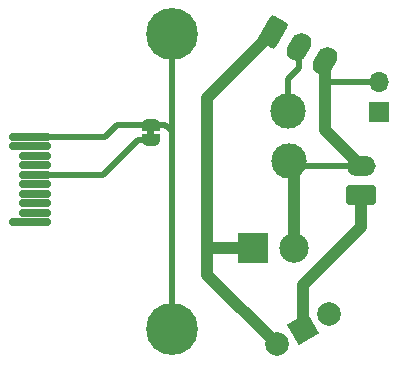
<source format=gbl>
G04 #@! TF.GenerationSoftware,KiCad,Pcbnew,8.0.2-1*
G04 #@! TF.CreationDate,2024-05-23T19:59:26+01:00*
G04 #@! TF.ProjectId,hexpansion,68657870-616e-4736-996f-6e2e6b696361,rev?*
G04 #@! TF.SameCoordinates,Original*
G04 #@! TF.FileFunction,Copper,L2,Bot*
G04 #@! TF.FilePolarity,Positive*
%FSLAX46Y46*%
G04 Gerber Fmt 4.6, Leading zero omitted, Abs format (unit mm)*
G04 Created by KiCad (PCBNEW 8.0.2-1) date 2024-05-23 19:59:26*
%MOMM*%
%LPD*%
G01*
G04 APERTURE LIST*
G04 Aperture macros list*
%AMRoundRect*
0 Rectangle with rounded corners*
0 $1 Rounding radius*
0 $2 $3 $4 $5 $6 $7 $8 $9 X,Y pos of 4 corners*
0 Add a 4 corners polygon primitive as box body*
4,1,4,$2,$3,$4,$5,$6,$7,$8,$9,$2,$3,0*
0 Add four circle primitives for the rounded corners*
1,1,$1+$1,$2,$3*
1,1,$1+$1,$4,$5*
1,1,$1+$1,$6,$7*
1,1,$1+$1,$8,$9*
0 Add four rect primitives between the rounded corners*
20,1,$1+$1,$2,$3,$4,$5,0*
20,1,$1+$1,$4,$5,$6,$7,0*
20,1,$1+$1,$6,$7,$8,$9,0*
20,1,$1+$1,$8,$9,$2,$3,0*%
%AMHorizOval*
0 Thick line with rounded ends*
0 $1 width*
0 $2 $3 position (X,Y) of the first rounded end (center of the circle)*
0 $4 $5 position (X,Y) of the second rounded end (center of the circle)*
0 Add line between two ends*
20,1,$1,$2,$3,$4,$5,0*
0 Add two circle primitives to create the rounded ends*
1,1,$1,$2,$3*
1,1,$1,$4,$5*%
%AMRotRect*
0 Rectangle, with rotation*
0 The origin of the aperture is its center*
0 $1 length*
0 $2 width*
0 $3 Rotation angle, in degrees counterclockwise*
0 Add horizontal line*
21,1,$1,$2,0,0,$3*%
%AMFreePoly0*
4,1,19,0.500000,-0.750000,0.000000,-0.750000,0.000000,-0.744911,-0.071157,-0.744911,-0.207708,-0.704816,-0.327430,-0.627875,-0.420627,-0.520320,-0.479746,-0.390866,-0.500000,-0.250000,-0.500000,0.250000,-0.479746,0.390866,-0.420627,0.520320,-0.327430,0.627875,-0.207708,0.704816,-0.071157,0.744911,0.000000,0.744911,0.000000,0.750000,0.500000,0.750000,0.500000,-0.750000,0.500000,-0.750000,
$1*%
%AMFreePoly1*
4,1,19,0.000000,0.744911,0.071157,0.744911,0.207708,0.704816,0.327430,0.627875,0.420627,0.520320,0.479746,0.390866,0.500000,0.250000,0.500000,-0.250000,0.479746,-0.390866,0.420627,-0.520320,0.327430,-0.627875,0.207708,-0.704816,0.071157,-0.744911,0.000000,-0.744911,0.000000,-0.750000,-0.500000,-0.750000,-0.500000,0.750000,0.000000,0.750000,0.000000,0.744911,0.000000,0.744911,
$1*%
G04 Aperture macros list end*
G04 #@! TA.AperFunction,EtchedComponent*
%ADD10C,0.000000*%
G04 #@! TD*
G04 #@! TA.AperFunction,ComponentPad*
%ADD11R,2.500000X2.500000*%
G04 #@! TD*
G04 #@! TA.AperFunction,ComponentPad*
%ADD12C,2.500000*%
G04 #@! TD*
G04 #@! TA.AperFunction,SMDPad,CuDef*
%ADD13RoundRect,0.150000X-1.600000X-0.150000X1.600000X-0.150000X1.600000X0.150000X-1.600000X0.150000X0*%
G04 #@! TD*
G04 #@! TA.AperFunction,SMDPad,CuDef*
%ADD14RoundRect,0.150000X-1.200000X-0.150000X1.200000X-0.150000X1.200000X0.150000X-1.200000X0.150000X0*%
G04 #@! TD*
G04 #@! TA.AperFunction,ComponentPad*
%ADD15RoundRect,0.250000X1.000000X-0.600000X1.000000X0.600000X-1.000000X0.600000X-1.000000X-0.600000X0*%
G04 #@! TD*
G04 #@! TA.AperFunction,ComponentPad*
%ADD16O,2.500000X1.700000*%
G04 #@! TD*
G04 #@! TA.AperFunction,ComponentPad*
%ADD17R,1.700000X1.700000*%
G04 #@! TD*
G04 #@! TA.AperFunction,ComponentPad*
%ADD18O,1.700000X1.700000*%
G04 #@! TD*
G04 #@! TA.AperFunction,ComponentPad*
%ADD19RoundRect,0.250000X-1.019615X-0.566025X0.019615X-1.166025X1.019615X0.566025X-0.019615X1.166025X0*%
G04 #@! TD*
G04 #@! TA.AperFunction,ComponentPad*
%ADD20HorizOval,1.700000X-0.200000X-0.346410X0.200000X0.346410X0*%
G04 #@! TD*
G04 #@! TA.AperFunction,ComponentPad*
%ADD21C,0.700000*%
G04 #@! TD*
G04 #@! TA.AperFunction,ComponentPad*
%ADD22C,4.400000*%
G04 #@! TD*
G04 #@! TA.AperFunction,ComponentPad*
%ADD23RotRect,2.000000X2.000000X30.000000*%
G04 #@! TD*
G04 #@! TA.AperFunction,ComponentPad*
%ADD24C,2.000000*%
G04 #@! TD*
G04 #@! TA.AperFunction,SMDPad,CuDef*
%ADD25FreePoly0,90.000000*%
G04 #@! TD*
G04 #@! TA.AperFunction,SMDPad,CuDef*
%ADD26FreePoly1,90.000000*%
G04 #@! TD*
G04 #@! TA.AperFunction,ViaPad*
%ADD27C,3.000000*%
G04 #@! TD*
G04 #@! TA.AperFunction,Conductor*
%ADD28C,0.500000*%
G04 #@! TD*
G04 #@! TA.AperFunction,Conductor*
%ADD29C,1.000000*%
G04 #@! TD*
G04 APERTURE END LIST*
D10*
G04 #@! TA.AperFunction,EtchedComponent*
G36*
X111000000Y-96050000D02*
G01*
X110400000Y-96050000D01*
X110400000Y-95550000D01*
X111000000Y-95550000D01*
X111000000Y-96050000D01*
G37*
G04 #@! TD.AperFunction*
D11*
X119347349Y-105600000D03*
D12*
X122847349Y-105600000D03*
D13*
X100500000Y-103400000D03*
D14*
X100900000Y-102600000D03*
X100900000Y-101800000D03*
X100900000Y-101000000D03*
X100900000Y-100200000D03*
X100900000Y-99400000D03*
X100900000Y-98600000D03*
X100900000Y-97800000D03*
D13*
X100500000Y-97000000D03*
X100500000Y-96200000D03*
D15*
X128475000Y-101150000D03*
D16*
X128475000Y-98650000D03*
D17*
X130000000Y-94100000D03*
D18*
X130000000Y-91560000D03*
D19*
X121097437Y-87295337D03*
D20*
X123262501Y-88545337D03*
X125427564Y-89795337D03*
D21*
X110850000Y-87500000D03*
X111333274Y-86333274D03*
X111333274Y-88666726D03*
X112500000Y-85850000D03*
D22*
X112500000Y-87500000D03*
D21*
X112500000Y-89150000D03*
X113666726Y-86333274D03*
X113666726Y-88666726D03*
X114150000Y-87500000D03*
D23*
X123600000Y-112500000D03*
D24*
X121400295Y-113770000D03*
X125799705Y-111230000D03*
D21*
X110850000Y-112500000D03*
X111333274Y-111333274D03*
X111333274Y-113666726D03*
X112500000Y-110850000D03*
D22*
X112500000Y-112500000D03*
D21*
X112500000Y-114150000D03*
X113666726Y-111333274D03*
X113666726Y-113666726D03*
X114150000Y-112500000D03*
D25*
X110700000Y-96450000D03*
D26*
X110700000Y-95150000D03*
D27*
X122400000Y-98200000D03*
X122300000Y-94000000D03*
D28*
X112500000Y-87500000D02*
X112500000Y-95700000D01*
X122300000Y-94000000D02*
X122300000Y-91300000D01*
X122300000Y-91300000D02*
X123262501Y-90337499D01*
X123262501Y-90337499D02*
X123262501Y-88545337D01*
D29*
X122847349Y-105600000D02*
X122847349Y-98647349D01*
X122847349Y-98647349D02*
X122400000Y-98200000D01*
X115500000Y-107900000D02*
X115500000Y-105600000D01*
X115500000Y-105600000D02*
X115500000Y-92892774D01*
X119347349Y-105600000D02*
X115500000Y-105600000D01*
X121400295Y-113770000D02*
X121370000Y-113770000D01*
X121370000Y-113770000D02*
X115500000Y-107900000D01*
X115500000Y-92892774D02*
X121097437Y-87295337D01*
D28*
X107850000Y-95150000D02*
X106800000Y-96200000D01*
D29*
X128475000Y-98650000D02*
X125427564Y-95602564D01*
X125427564Y-91600000D02*
X125427564Y-89795337D01*
X125427564Y-95602564D02*
X125427564Y-91600000D01*
D28*
X112500000Y-95700000D02*
X111950000Y-95150000D01*
X122400000Y-98200000D02*
X122850000Y-98650000D01*
X112500000Y-112500000D02*
X112500000Y-95700000D01*
X122850000Y-98650000D02*
X128475000Y-98650000D01*
X125467564Y-91560000D02*
X125427564Y-91600000D01*
X106800000Y-96200000D02*
X100500000Y-96200000D01*
X111950000Y-95150000D02*
X110700000Y-95150000D01*
X130000000Y-91560000D02*
X125467564Y-91560000D01*
X110700000Y-95150000D02*
X107850000Y-95150000D01*
X109650000Y-96450000D02*
X106700000Y-99400000D01*
X110700000Y-96450000D02*
X109650000Y-96450000D01*
X106685000Y-99385000D02*
X100915000Y-99385000D01*
X100915000Y-99385000D02*
X100900000Y-99400000D01*
X106700000Y-99400000D02*
X106685000Y-99385000D01*
D29*
X128475000Y-103825000D02*
X128475000Y-101150000D01*
X123600000Y-112500000D02*
X123600000Y-108700000D01*
X123600000Y-108700000D02*
X128475000Y-103825000D01*
M02*

</source>
